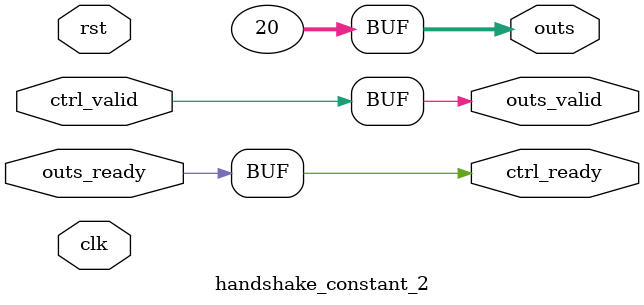
<source format=v>
`timescale 1ns / 1ps
module handshake_constant_2 #(
  parameter DATA_WIDTH = 32  // Default set to 32 bits
) (
  input                       clk,
  input                       rst,
  // Input Channel
  input                       ctrl_valid,
  output                      ctrl_ready,
  // Output Channel
  output [DATA_WIDTH - 1 : 0] outs,
  output                      outs_valid,
  input                       outs_ready
);
  assign outs       = 6'b010100;
  assign outs_valid = ctrl_valid;
  assign ctrl_ready = outs_ready;

endmodule

</source>
